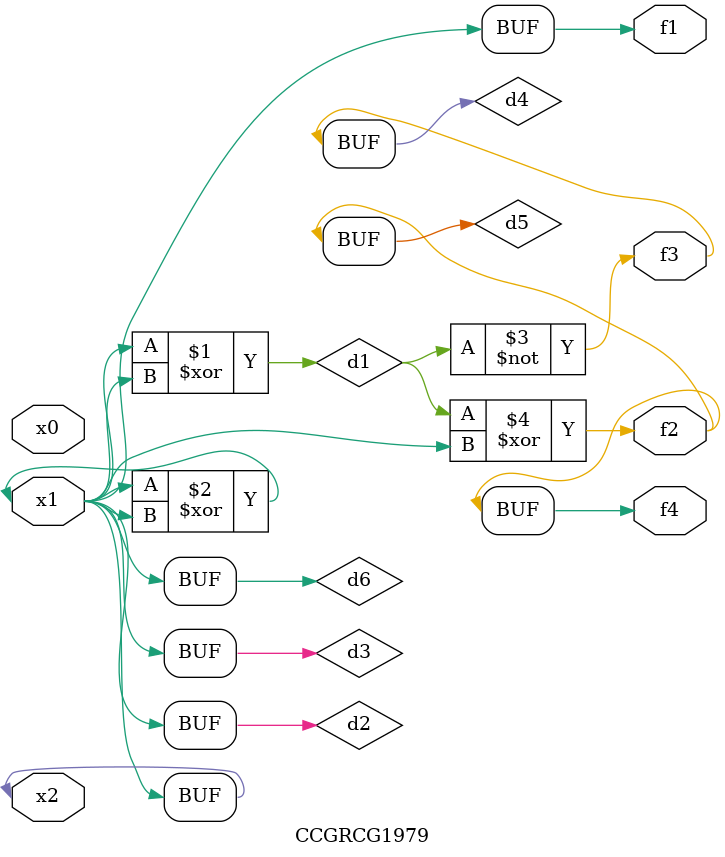
<source format=v>
module CCGRCG1979(
	input x0, x1, x2,
	output f1, f2, f3, f4
);

	wire d1, d2, d3, d4, d5, d6;

	xor (d1, x1, x2);
	buf (d2, x1, x2);
	xor (d3, x1, x2);
	nor (d4, d1);
	xor (d5, d1, d2);
	buf (d6, d2, d3);
	assign f1 = d6;
	assign f2 = d5;
	assign f3 = d4;
	assign f4 = d5;
endmodule

</source>
